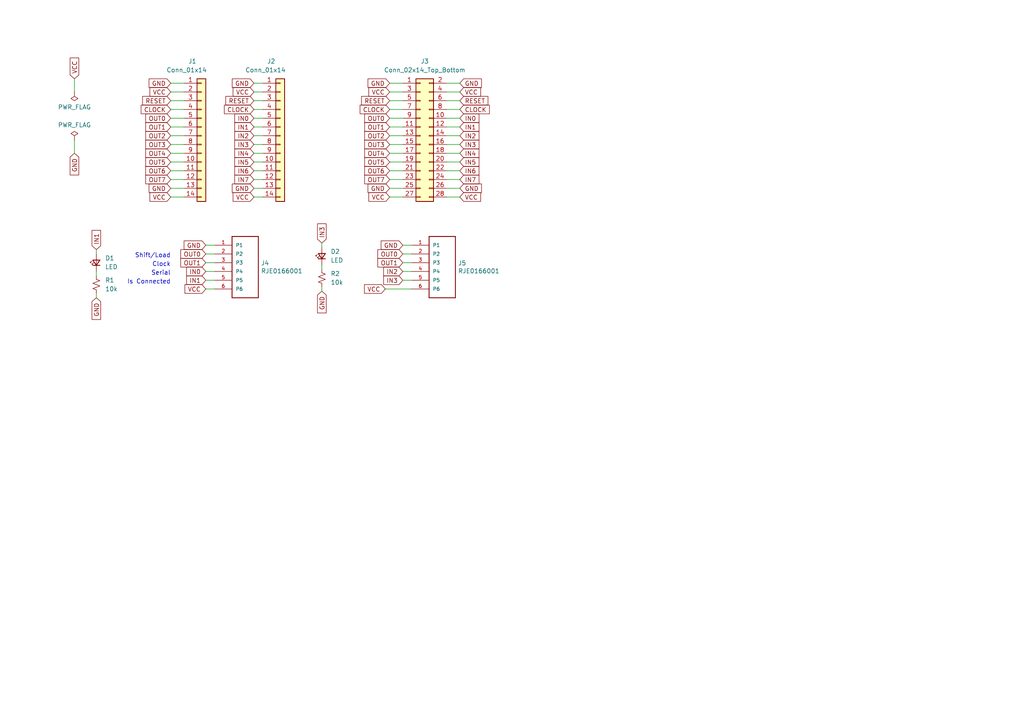
<source format=kicad_sch>
(kicad_sch (version 20230121) (generator eeschema)
  (paper "A4")
  (lib_symbols
    (symbol "Connector_Generic:Conn_01x14" (pin_names (offset 1.016) hide)
      (property "Reference" "J" (at 0 17.78 0))
      (property "Value" "Conn_01x14" (at 0 -20.32 0))
      (symbol "Conn_01x14_1_1"
        (rectangle (start -1.27 -17.653) (end 0 -17.907) (stroke (width 0.1524)))
        (rectangle (start -1.27 -15.113) (end 0 -15.367) (stroke (width 0.1524)))
        (rectangle (start -1.27 -12.573) (end 0 -12.827) (stroke (width 0.1524)))
        (rectangle (start -1.27 -10.033) (end 0 -10.287) (stroke (width 0.1524)))
        (rectangle (start -1.27 -7.493) (end 0 -7.747) (stroke (width 0.1524)))
        (rectangle (start -1.27 -4.953) (end 0 -5.207) (stroke (width 0.1524)))
        (rectangle (start -1.27 -2.413) (end 0 -2.667) (stroke (width 0.1524)))
        (rectangle (start -1.27 0.127) (end 0 -0.127) (stroke (width 0.1524)))
        (rectangle (start -1.27 2.667) (end 0 2.413) (stroke (width 0.1524)))
        (rectangle (start -1.27 5.207) (end 0 4.953) (stroke (width 0.1524)))
        (rectangle (start -1.27 7.747) (end 0 7.493) (stroke (width 0.1524)))
        (rectangle (start -1.27 10.287) (end 0 10.033) (stroke (width 0.1524)))
        (rectangle (start -1.27 12.827) (end 0 12.573) (stroke (width 0.1524)))
        (rectangle (start -1.27 15.367) (end 0 15.113) (stroke (width 0.1524)))
        (rectangle (start -1.27 16.51) (end 1.27 -19.05) (stroke (width 0.254)) (fill (type background)))
        (pin passive line (at -5.08 15.24 0) (length 3.81) (name "Pin_1") (number "1"))
        (pin passive line (at -5.08 -7.62 0) (length 3.81) (name "Pin_10") (number "10"))
        (pin passive line (at -5.08 -10.16 0) (length 3.81) (name "Pin_11") (number "11"))
        (pin passive line (at -5.08 -12.7 0) (length 3.81) (name "Pin_12") (number "12"))
        (pin passive line (at -5.08 -15.24 0) (length 3.81) (name "Pin_13") (number "13"))
        (pin passive line (at -5.08 -17.78 0) (length 3.81) (name "Pin_14") (number "14"))
        (pin passive line (at -5.08 12.7 0) (length 3.81) (name "Pin_2") (number "2"))
        (pin passive line (at -5.08 10.16 0) (length 3.81) (name "Pin_3") (number "3"))
        (pin passive line (at -5.08 7.62 0) (length 3.81) (name "Pin_4") (number "4"))
        (pin passive line (at -5.08 5.08 0) (length 3.81) (name "Pin_5") (number "5"))
        (pin passive line (at -5.08 2.54 0) (length 3.81) (name "Pin_6") (number "6"))
        (pin passive line (at -5.08 0 0) (length 3.81) (name "Pin_7") (number "7"))
        (pin passive line (at -5.08 -2.54 0) (length 3.81) (name "Pin_8") (number "8"))
        (pin passive line (at -5.08 -5.08 0) (length 3.81) (name "Pin_9") (number "9"))
      )
    )
    (symbol "Connector_Generic:Conn_02x14_Odd_Even" (pin_names (offset 1.016) hide)
      (property "Reference" "J" (at 1.27 17.78 0))
      (property "Value" "Conn_02x14_Odd_Even" (at 1.27 -20.32 0))
      (symbol "Conn_02x14_Odd_Even_1_1"
        (rectangle (start -1.27 -17.653) (end 0 -17.907) (stroke (width 0.1524)))
        (rectangle (start -1.27 -15.113) (end 0 -15.367) (stroke (width 0.1524)))
        (rectangle (start -1.27 -12.573) (end 0 -12.827) (stroke (width 0.1524)))
        (rectangle (start -1.27 -10.033) (end 0 -10.287) (stroke (width 0.1524)))
        (rectangle (start -1.27 -7.493) (end 0 -7.747) (stroke (width 0.1524)))
        (rectangle (start -1.27 -4.953) (end 0 -5.207) (stroke (width 0.1524)))
        (rectangle (start -1.27 -2.413) (end 0 -2.667) (stroke (width 0.1524)))
        (rectangle (start -1.27 0.127) (end 0 -0.127) (stroke (width 0.1524)))
        (rectangle (start -1.27 2.667) (end 0 2.413) (stroke (width 0.1524)))
        (rectangle (start -1.27 5.207) (end 0 4.953) (stroke (width 0.1524)))
        (rectangle (start -1.27 7.747) (end 0 7.493) (stroke (width 0.1524)))
        (rectangle (start -1.27 10.287) (end 0 10.033) (stroke (width 0.1524)))
        (rectangle (start -1.27 12.827) (end 0 12.573) (stroke (width 0.1524)))
        (rectangle (start -1.27 15.367) (end 0 15.113) (stroke (width 0.1524)))
        (rectangle (start -1.27 16.51) (end 3.81 -19.05) (stroke (width 0.254)) (fill (type background)))
        (rectangle (start 3.81 -17.653) (end 2.54 -17.907) (stroke (width 0.1524)))
        (rectangle (start 3.81 -15.113) (end 2.54 -15.367) (stroke (width 0.1524)))
        (rectangle (start 3.81 -12.573) (end 2.54 -12.827) (stroke (width 0.1524)))
        (rectangle (start 3.81 -10.033) (end 2.54 -10.287) (stroke (width 0.1524)))
        (rectangle (start 3.81 -7.493) (end 2.54 -7.747) (stroke (width 0.1524)))
        (rectangle (start 3.81 -4.953) (end 2.54 -5.207) (stroke (width 0.1524)))
        (rectangle (start 3.81 -2.413) (end 2.54 -2.667) (stroke (width 0.1524)))
        (rectangle (start 3.81 0.127) (end 2.54 -0.127) (stroke (width 0.1524)))
        (rectangle (start 3.81 2.667) (end 2.54 2.413) (stroke (width 0.1524)))
        (rectangle (start 3.81 5.207) (end 2.54 4.953) (stroke (width 0.1524)))
        (rectangle (start 3.81 7.747) (end 2.54 7.493) (stroke (width 0.1524)))
        (rectangle (start 3.81 10.287) (end 2.54 10.033) (stroke (width 0.1524)))
        (rectangle (start 3.81 12.827) (end 2.54 12.573) (stroke (width 0.1524)))
        (rectangle (start 3.81 15.367) (end 2.54 15.113) (stroke (width 0.1524)))
        (pin passive line (at -5.08 15.24 0) (length 3.81) (name "Pin_1") (number "1"))
        (pin passive line (at 7.62 5.08 180) (length 3.81) (name "Pin_10") (number "10"))
        (pin passive line (at -5.08 2.54 0) (length 3.81) (name "Pin_11") (number "11"))
        (pin passive line (at 7.62 2.54 180) (length 3.81) (name "Pin_12") (number "12"))
        (pin passive line (at -5.08 0 0) (length 3.81) (name "Pin_13") (number "13"))
        (pin passive line (at 7.62 0 180) (length 3.81) (name "Pin_14") (number "14"))
        (pin passive line (at -5.08 -2.54 0) (length 3.81) (name "Pin_15") (number "15"))
        (pin passive line (at 7.62 -2.54 180) (length 3.81) (name "Pin_16") (number "16"))
        (pin passive line (at -5.08 -5.08 0) (length 3.81) (name "Pin_17") (number "17"))
        (pin passive line (at 7.62 -5.08 180) (length 3.81) (name "Pin_18") (number "18"))
        (pin passive line (at -5.08 -7.62 0) (length 3.81) (name "Pin_19") (number "19"))
        (pin passive line (at 7.62 15.24 180) (length 3.81) (name "Pin_2") (number "2"))
        (pin passive line (at 7.62 -7.62 180) (length 3.81) (name "Pin_20") (number "20"))
        (pin passive line (at -5.08 -10.16 0) (length 3.81) (name "Pin_21") (number "21"))
        (pin passive line (at 7.62 -10.16 180) (length 3.81) (name "Pin_22") (number "22"))
        (pin passive line (at -5.08 -12.7 0) (length 3.81) (name "Pin_23") (number "23"))
        (pin passive line (at 7.62 -12.7 180) (length 3.81) (name "Pin_24") (number "24"))
        (pin passive line (at -5.08 -15.24 0) (length 3.81) (name "Pin_25") (number "25"))
        (pin passive line (at 7.62 -15.24 180) (length 3.81) (name "Pin_26") (number "26"))
        (pin passive line (at -5.08 -17.78 0) (length 3.81) (name "Pin_27") (number "27"))
        (pin passive line (at 7.62 -17.78 180) (length 3.81) (name "Pin_28") (number "28"))
        (pin passive line (at -5.08 12.7 0) (length 3.81) (name "Pin_3") (number "3"))
        (pin passive line (at 7.62 12.7 180) (length 3.81) (name "Pin_4") (number "4"))
        (pin passive line (at -5.08 10.16 0) (length 3.81) (name "Pin_5") (number "5"))
        (pin passive line (at 7.62 10.16 180) (length 3.81) (name "Pin_6") (number "6"))
        (pin passive line (at -5.08 7.62 0) (length 3.81) (name "Pin_7") (number "7"))
        (pin passive line (at 7.62 7.62 180) (length 3.81) (name "Pin_8") (number "8"))
        (pin passive line (at -5.08 5.08 0) (length 3.81) (name "Pin_9") (number "9"))
      )
    )
    (symbol "Device:LED_Small" (pin_numbers hide) (pin_names (offset 0.254) hide)
      (property "Reference" "D" (at -1.27 3.175 0))
      (property "Value" "LED_Small" (at -4.445 -2.54 0))
      (symbol "LED_Small_0_1"
        (polyline (pts (xy -0.762 -1.016) (xy -0.762 1.016)) (stroke (width 0.254)))
        (polyline (pts (xy 1.016 0) (xy -0.762 0)))
        (polyline (pts (xy 0.762 -1.016) (xy -0.762 0) (xy 0.762 1.016) (xy 0.762 -1.016)) (stroke (width 0.254)))
        (polyline (pts (xy 0 0.762) (xy -0.508 1.27) (xy -0.254 1.27) (xy -0.508 1.27) (xy -0.508 1.016)))
        (polyline (pts (xy 0.508 1.27) (xy 0 1.778) (xy 0.254 1.778) (xy 0 1.778) (xy 0 1.524)))
      )
      (symbol "LED_Small_1_1"
        (pin passive line (at -2.54 0 0) (length 1.778) (name "K") (number "1"))
        (pin passive line (at 2.54 0 180) (length 1.778) (name "A") (number "2"))
      )
    )
    (symbol "Device:R_Small_US" (pin_numbers hide) (pin_names (offset 0.254) hide)
      (property "Reference" "R" (at 0.762 0.508 0))
      (property "Value" "R_Small_US" (at 0.762 -1.016 0))
      (symbol "R_Small_US_1_1"
        (polyline (pts (xy 0 0) (xy 1.016 -0.381) (xy 0 -0.762) (xy -1.016 -1.143) (xy 0 -1.524)))
        (polyline (pts (xy 0 1.524) (xy 1.016 1.143) (xy 0 0.762) (xy -1.016 0.381) (xy 0 0)))
        (pin passive line (at 0 2.54 270) (length 1.016) (name "~") (number "1"))
        (pin passive line (at 0 -2.54 90) (length 1.016) (name "~") (number "2"))
      )
    )
    (symbol "Spork Console v1-rescue:RJE0166001-RJE0166001" (pin_names (offset 1.016))
      (property "Reference" "J" (at -5.08 10.1854 0))
      (property "Value" "RJE0166001_RJE0166001" (at -5.08 -10.16 0))
      (symbol "RJE0166001-RJE0166001_0_0"
        (polyline (pts (xy -5.08 -7.62) (xy -5.08 10.16)) (stroke (width 0.254)))
        (polyline (pts (xy -5.08 10.16) (xy 2.54 10.16)) (stroke (width 0.254)))
        (polyline (pts (xy 2.54 -7.62) (xy -5.08 -7.62)) (stroke (width 0.254)))
        (polyline (pts (xy 2.54 10.16) (xy 2.54 -7.62)) (stroke (width 0.254)))
        (pin passive line (at -10.16 7.62 0) (length 5.08) (name "P1") (number "1"))
        (pin passive line (at -10.16 5.08 0) (length 5.08) (name "P2") (number "2"))
        (pin passive line (at -10.16 2.54 0) (length 5.08) (name "P3") (number "3"))
        (pin passive line (at -10.16 0 0) (length 5.08) (name "P4") (number "4"))
        (pin passive line (at -10.16 -2.54 0) (length 5.08) (name "P5") (number "5"))
        (pin passive line (at -10.16 -5.08 0) (length 5.08) (name "P6") (number "6"))
      )
    )
    (symbol "power:PWR_FLAG" (power) (pin_numbers hide) (pin_names (offset 0) hide)
      (property "Value" "PWR_FLAG" (at 0 3.81 0))
      (symbol "PWR_FLAG_0_0"
        (pin power_out line (at 0 0 90) (length 0) (name "pwr") (number "1"))
      )
      (symbol "PWR_FLAG_0_1"
        (polyline (pts (xy 0 0) (xy 0 1.27) (xy -1.016 1.905) (xy 0 2.54) (xy 1.016 1.905) (xy 0 1.27)))
      )
    )
  )
  (wire (pts (xy 113.03 31.75) (xy 116.84 31.75)))
  (wire (pts (xy 116.84 52.07) (xy 113.03 52.07)))
  (wire (pts (xy 49.53 54.61) (xy 53.34 54.61)))
  (wire (pts (xy 49.53 57.15) (xy 53.34 57.15)))
  (wire (pts (xy 116.84 39.37) (xy 113.03 39.37)))
  (wire (pts (xy 116.84 78.74) (xy 119.38 78.74)))
  (wire (pts (xy 27.94 85.09) (xy 27.94 86.36)))
  (wire (pts (xy 27.94 78.74) (xy 27.94 80.01)))
  (wire (pts (xy 76.2 29.21) (xy 73.66 29.21)))
  (wire (pts (xy 129.54 31.75) (xy 133.35 31.75)))
  (wire (pts (xy 76.2 46.99) (xy 73.66 46.99)))
  (wire (pts (xy 116.84 73.66) (xy 119.38 73.66)))
  (wire (pts (xy 113.03 26.67) (xy 116.84 26.67)))
  (wire (pts (xy 129.54 26.67) (xy 133.35 26.67)))
  (wire (pts (xy 116.84 81.28) (xy 119.38 81.28)))
  (wire (pts (xy 133.35 39.37) (xy 129.54 39.37)))
  (wire (pts (xy 111.76 83.82) (xy 119.38 83.82)))
  (wire (pts (xy 116.84 49.53) (xy 113.03 49.53)))
  (wire (pts (xy 21.59 44.45) (xy 21.59 40.64)))
  (wire (pts (xy 113.03 24.13) (xy 116.84 24.13)))
  (wire (pts (xy 49.53 31.75) (xy 53.34 31.75)))
  (wire (pts (xy 53.34 39.37) (xy 49.53 39.37)))
  (wire (pts (xy 59.69 78.74) (xy 62.23 78.74)))
  (wire (pts (xy 133.35 52.07) (xy 129.54 52.07)))
  (wire (pts (xy 93.345 76.835) (xy 93.345 78.105)))
  (wire (pts (xy 53.34 34.29) (xy 49.53 34.29)))
  (wire (pts (xy 76.2 57.15) (xy 73.66 57.15)))
  (wire (pts (xy 59.69 83.82) (xy 62.23 83.82)))
  (wire (pts (xy 73.66 36.83) (xy 76.2 36.83)))
  (wire (pts (xy 116.84 46.99) (xy 113.03 46.99)))
  (wire (pts (xy 59.69 76.2) (xy 62.23 76.2)))
  (wire (pts (xy 76.2 41.91) (xy 73.66 41.91)))
  (wire (pts (xy 116.84 44.45) (xy 113.03 44.45)))
  (wire (pts (xy 76.2 31.75) (xy 73.66 31.75)))
  (wire (pts (xy 49.53 26.67) (xy 53.34 26.67)))
  (wire (pts (xy 59.69 73.66) (xy 62.23 73.66)))
  (wire (pts (xy 133.35 49.53) (xy 129.54 49.53)))
  (wire (pts (xy 133.35 36.83) (xy 129.54 36.83)))
  (wire (pts (xy 53.34 41.91) (xy 49.53 41.91)))
  (wire (pts (xy 73.66 44.45) (xy 76.2 44.45)))
  (wire (pts (xy 49.53 24.13) (xy 53.34 24.13)))
  (wire (pts (xy 129.54 54.61) (xy 133.35 54.61)))
  (wire (pts (xy 93.345 70.485) (xy 93.345 71.755)))
  (wire (pts (xy 116.84 34.29) (xy 113.03 34.29)))
  (wire (pts (xy 59.69 71.12) (xy 62.23 71.12)))
  (wire (pts (xy 113.03 29.21) (xy 116.84 29.21)))
  (wire (pts (xy 59.69 81.28) (xy 62.23 81.28)))
  (wire (pts (xy 116.84 41.91) (xy 113.03 41.91)))
  (wire (pts (xy 49.53 29.21) (xy 53.34 29.21)))
  (wire (pts (xy 133.35 44.45) (xy 129.54 44.45)))
  (wire (pts (xy 53.34 36.83) (xy 49.53 36.83)))
  (wire (pts (xy 73.66 49.53) (xy 76.2 49.53)))
  (wire (pts (xy 129.54 24.13) (xy 133.35 24.13)))
  (wire (pts (xy 113.03 57.15) (xy 116.84 57.15)))
  (wire (pts (xy 93.345 83.185) (xy 93.345 84.455)))
  (wire (pts (xy 73.66 34.29) (xy 76.2 34.29)))
  (wire (pts (xy 21.59 22.86) (xy 21.59 26.67)))
  (wire (pts (xy 76.2 24.13) (xy 73.66 24.13)))
  (wire (pts (xy 53.34 52.07) (xy 49.53 52.07)))
  (wire (pts (xy 116.84 76.2) (xy 119.38 76.2)))
  (wire (pts (xy 129.54 29.21) (xy 133.35 29.21)))
  (wire (pts (xy 76.2 52.07) (xy 73.66 52.07)))
  (wire (pts (xy 129.54 57.15) (xy 133.35 57.15)))
  (wire (pts (xy 53.34 46.99) (xy 49.53 46.99)))
  (wire (pts (xy 76.2 26.67) (xy 73.66 26.67)))
  (wire (pts (xy 116.84 71.12) (xy 119.38 71.12)))
  (wire (pts (xy 133.35 46.99) (xy 129.54 46.99)))
  (wire (pts (xy 53.34 44.45) (xy 49.53 44.45)))
  (wire (pts (xy 73.66 39.37) (xy 76.2 39.37)))
  (wire (pts (xy 53.34 49.53) (xy 49.53 49.53)))
  (wire (pts (xy 133.35 41.91) (xy 129.54 41.91)))
  (wire (pts (xy 133.35 34.29) (xy 129.54 34.29)))
  (wire (pts (xy 113.03 54.61) (xy 116.84 54.61)))
  (wire (pts (xy 116.84 36.83) (xy 113.03 36.83)))
  (wire (pts (xy 76.2 54.61) (xy 73.66 54.61)))
  (wire (pts (xy 27.94 72.39) (xy 27.94 73.66)))
  (text "Shift/Load" (at 49.53 74.93 0) (effects (font (size 1.27 1.27)) (justify right bottom)))
  (text "Is Connected" (at 49.53 82.55 0) (effects (font (size 1.27 1.27)) (justify right bottom)))
  (text "Serial" (at 49.53 80.01 0) (effects (font (size 1.27 1.27)) (justify right bottom)))
  (text "Clock" (at 49.53 77.47 0) (effects (font (size 1.27 1.27)) (justify right bottom)))
  (global_label "IN7" (shape input) (at 73.66 52.07 180) (property "Intersheetrefs" "${INTERSHEET_REFS}" (effects hide)))
  (global_label "CLOCK" (shape input) (at 73.66 31.75 180) (property "Intersheetrefs" "${INTERSHEET_REFS}" (effects hide)))
  (global_label "IN3" (shape input) (at 93.345 70.485 90) (property "Intersheetrefs" "${INTERSHEET_REFS}" (effects hide)))
  (global_label "GND" (shape input) (at 49.53 24.13 180) (property "Intersheetrefs" "${INTERSHEET_REFS}" (effects hide)))
  (global_label "OUT5" (shape input) (at 49.53 46.99 180) (property "Intersheetrefs" "${INTERSHEET_REFS}" (effects hide)))
  (global_label "OUT7" (shape input) (at 49.53 52.07 180) (property "Intersheetrefs" "${INTERSHEET_REFS}" (effects hide)))
  (global_label "GND" (shape input) (at 133.35 24.13 0) (property "Intersheetrefs" "${INTERSHEET_REFS}" (effects hide)))
  (global_label "RESET" (shape input) (at 113.03 29.21 180) (property "Intersheetrefs" "${INTERSHEET_REFS}" (effects hide)))
  (global_label "RESET" (shape input) (at 73.66 29.21 180) (property "Intersheetrefs" "${INTERSHEET_REFS}" (effects hide)))
  (global_label "IN5" (shape input) (at 133.35 46.99 0) (property "Intersheetrefs" "${INTERSHEET_REFS}" (effects hide)))
  (global_label "IN4" (shape input) (at 133.35 44.45 0) (property "Intersheetrefs" "${INTERSHEET_REFS}" (effects hide)))
  (global_label "GND" (shape input) (at 21.59 44.45 270) (property "Intersheetrefs" "${INTERSHEET_REFS}" (effects hide)))
  (global_label "OUT4" (shape input) (at 113.03 44.45 180) (property "Intersheetrefs" "${INTERSHEET_REFS}" (effects hide)))
  (global_label "IN1" (shape input) (at 133.35 36.83 0) (property "Intersheetrefs" "${INTERSHEET_REFS}" (effects hide)))
  (global_label "IN3" (shape input) (at 133.35 41.91 0) (property "Intersheetrefs" "${INTERSHEET_REFS}" (effects hide)))
  (global_label "OUT5" (shape input) (at 113.03 46.99 180) (property "Intersheetrefs" "${INTERSHEET_REFS}" (effects hide)))
  (global_label "VCC" (shape input) (at 133.35 57.15 0) (property "Intersheetrefs" "${INTERSHEET_REFS}" (effects hide)))
  (global_label "CLOCK" (shape input) (at 113.03 31.75 180) (property "Intersheetrefs" "${INTERSHEET_REFS}" (effects hide)))
  (global_label "OUT0" (shape input) (at 113.03 34.29 180) (property "Intersheetrefs" "${INTERSHEET_REFS}" (effects hide)))
  (global_label "IN1" (shape input) (at 73.66 36.83 180) (property "Intersheetrefs" "${INTERSHEET_REFS}" (effects hide)))
  (global_label "IN2" (shape input) (at 116.84 78.74 180) (property "Intersheetrefs" "${INTERSHEET_REFS}" (effects hide)))
  (global_label "OUT1" (shape input) (at 49.53 36.83 180) (property "Intersheetrefs" "${INTERSHEET_REFS}" (effects hide)))
  (global_label "GND" (shape input) (at 113.03 24.13 180) (property "Intersheetrefs" "${INTERSHEET_REFS}" (effects hide)))
  (global_label "OUT6" (shape input) (at 113.03 49.53 180) (property "Intersheetrefs" "${INTERSHEET_REFS}" (effects hide)))
  (global_label "RESET" (shape input) (at 49.53 29.21 180) (property "Intersheetrefs" "${INTERSHEET_REFS}" (effects hide)))
  (global_label "VCC" (shape input) (at 59.69 83.82 180) (property "Intersheetrefs" "${INTERSHEET_REFS}" (effects hide)))
  (global_label "OUT4" (shape input) (at 49.53 44.45 180) (property "Intersheetrefs" "${INTERSHEET_REFS}" (effects hide)))
  (global_label "IN1" (shape input) (at 59.69 81.28 180) (property "Intersheetrefs" "${INTERSHEET_REFS}" (effects hide)))
  (global_label "OUT1" (shape input) (at 116.84 76.2 180) (property "Intersheetrefs" "${INTERSHEET_REFS}" (effects hide)))
  (global_label "IN1" (shape input) (at 27.94 72.39 90) (property "Intersheetrefs" "${INTERSHEET_REFS}" (effects hide)))
  (global_label "OUT0" (shape input) (at 116.84 73.66 180) (property "Intersheetrefs" "${INTERSHEET_REFS}" (effects hide)))
  (global_label "GND" (shape input) (at 27.94 86.36 270) (property "Intersheetrefs" "${INTERSHEET_REFS}" (effects hide)))
  (global_label "GND" (shape input) (at 73.66 24.13 180) (property "Intersheetrefs" "${INTERSHEET_REFS}" (effects hide)))
  (global_label "VCC" (shape input) (at 73.66 26.67 180) (property "Intersheetrefs" "${INTERSHEET_REFS}" (effects hide)))
  (global_label "GND" (shape input) (at 93.345 84.455 270) (property "Intersheetrefs" "${INTERSHEET_REFS}" (effects hide)))
  (global_label "OUT6" (shape input) (at 49.53 49.53 180) (property "Intersheetrefs" "${INTERSHEET_REFS}" (effects hide)))
  (global_label "GND" (shape input) (at 73.66 54.61 180) (property "Intersheetrefs" "${INTERSHEET_REFS}" (effects hide)))
  (global_label "OUT0" (shape input) (at 49.53 34.29 180) (property "Intersheetrefs" "${INTERSHEET_REFS}" (effects hide)))
  (global_label "IN0" (shape input) (at 133.35 34.29 0) (property "Intersheetrefs" "${INTERSHEET_REFS}" (effects hide)))
  (global_label "VCC" (shape input) (at 133.35 26.67 0) (property "Intersheetrefs" "${INTERSHEET_REFS}" (effects hide)))
  (global_label "IN2" (shape input) (at 133.35 39.37 0) (property "Intersheetrefs" "${INTERSHEET_REFS}" (effects hide)))
  (global_label "OUT1" (shape input) (at 59.69 76.2 180) (property "Intersheetrefs" "${INTERSHEET_REFS}" (effects hide)))
  (global_label "GND" (shape input) (at 113.03 54.61 180) (property "Intersheetrefs" "${INTERSHEET_REFS}" (effects hide)))
  (global_label "VCC" (shape input) (at 111.76 83.82 180) (property "Intersheetrefs" "${INTERSHEET_REFS}" (effects hide)))
  (global_label "GND" (shape input) (at 49.53 54.61 180) (property "Intersheetrefs" "${INTERSHEET_REFS}" (effects hide)))
  (global_label "OUT7" (shape input) (at 113.03 52.07 180) (property "Intersheetrefs" "${INTERSHEET_REFS}" (effects hide)))
  (global_label "VCC" (shape input) (at 49.53 57.15 180) (property "Intersheetrefs" "${INTERSHEET_REFS}" (effects hide)))
  (global_label "IN4" (shape input) (at 73.66 44.45 180) (property "Intersheetrefs" "${INTERSHEET_REFS}" (effects hide)))
  (global_label "IN0" (shape input) (at 73.66 34.29 180) (property "Intersheetrefs" "${INTERSHEET_REFS}" (effects hide)))
  (global_label "OUT2" (shape input) (at 113.03 39.37 180) (property "Intersheetrefs" "${INTERSHEET_REFS}" (effects hide)))
  (global_label "IN7" (shape input) (at 133.35 52.07 0) (property "Intersheetrefs" "${INTERSHEET_REFS}" (effects hide)))
  (global_label "VCC" (shape input) (at 113.03 57.15 180) (property "Intersheetrefs" "${INTERSHEET_REFS}" (effects hide)))
  (global_label "GND" (shape input) (at 133.35 54.61 0) (property "Intersheetrefs" "${INTERSHEET_REFS}" (effects hide)))
  (global_label "VCC" (shape input) (at 21.59 22.86 90) (property "Intersheetrefs" "${INTERSHEET_REFS}" (effects hide)))
  (global_label "CLOCK" (shape input) (at 49.53 31.75 180) (property "Intersheetrefs" "${INTERSHEET_REFS}" (effects hide)))
  (global_label "IN0" (shape input) (at 59.69 78.74 180) (property "Intersheetrefs" "${INTERSHEET_REFS}" (effects hide)))
  (global_label "RESET" (shape input) (at 133.35 29.21 0) (property "Intersheetrefs" "${INTERSHEET_REFS}" (effects hide)))
  (global_label "VCC" (shape input) (at 49.53 26.67 180) (property "Intersheetrefs" "${INTERSHEET_REFS}" (effects hide)))
  (global_label "OUT1" (shape input) (at 113.03 36.83 180) (property "Intersheetrefs" "${INTERSHEET_REFS}" (effects hide)))
  (global_label "VCC" (shape input) (at 113.03 26.67 180) (property "Intersheetrefs" "${INTERSHEET_REFS}" (effects hide)))
  (global_label "OUT2" (shape input) (at 49.53 39.37 180) (property "Intersheetrefs" "${INTERSHEET_REFS}" (effects hide)))
  (global_label "IN6" (shape input) (at 133.35 49.53 0) (property "Intersheetrefs" "${INTERSHEET_REFS}" (effects hide)))
  (global_label "CLOCK" (shape input) (at 133.35 31.75 0) (property "Intersheetrefs" "${INTERSHEET_REFS}" (effects hide)))
  (global_label "GND" (shape input) (at 116.84 71.12 180) (property "Intersheetrefs" "${INTERSHEET_REFS}" (effects hide)))
  (global_label "OUT3" (shape input) (at 113.03 41.91 180) (property "Intersheetrefs" "${INTERSHEET_REFS}" (effects hide)))
  (global_label "OUT3" (shape input) (at 49.53 41.91 180) (property "Intersheetrefs" "${INTERSHEET_REFS}" (effects hide)))
  (global_label "VCC" (shape input) (at 73.66 57.15 180) (property "Intersheetrefs" "${INTERSHEET_REFS}" (effects hide)))
  (global_label "OUT0" (shape input) (at 59.69 73.66 180) (property "Intersheetrefs" "${INTERSHEET_REFS}" (effects hide)))
  (global_label "IN6" (shape input) (at 73.66 49.53 180) (property "Intersheetrefs" "${INTERSHEET_REFS}" (effects hide)))
  (global_label "IN3" (shape input) (at 116.84 81.28 180) (property "Intersheetrefs" "${INTERSHEET_REFS}" (effects hide)))
  (global_label "IN5" (shape input) (at 73.66 46.99 180) (property "Intersheetrefs" "${INTERSHEET_REFS}" (effects hide)))
  (global_label "GND" (shape input) (at 59.69 71.12 180) (property "Intersheetrefs" "${INTERSHEET_REFS}" (effects hide)))
  (global_label "IN3" (shape input) (at 73.66 41.91 180) (property "Intersheetrefs" "${INTERSHEET_REFS}" (effects hide)))
  (global_label "IN2" (shape input) (at 73.66 39.37 180) (property "Intersheetrefs" "${INTERSHEET_REFS}" (effects hide)))
  (symbol (lib_id "Device:LED_Small") (at 93.345 74.295 90) (unit 1)
    (property "Reference" "D2" (at 95.885 72.9615 90) (effects (justify right)))
    (property "Value" "LED" (at 95.885 75.5015 90) (effects (justify right)))
    (property "Footprint" "LED_SMD:LED_0402_1005Metric" (effects hide))
    (property "LCSC Part Number" "C965793" (effects hide))
  )
  (symbol (lib_id "power:PWR_FLAG") (at 21.59 26.67 180) (unit 1)
    (property "Reference" "#FLG01" (effects hide))
    (property "Value" "PWR_FLAG" (at 21.59 31.0642 0))
  )
  (symbol (lib_id "Device:LED_Small") (at 27.94 76.2 90) (unit 1)
    (property "Reference" "D1" (at 30.48 74.8665 90) (effects (justify right)))
    (property "Value" "LED" (at 30.48 77.4065 90) (effects (justify right)))
    (property "Footprint" "LED_SMD:LED_0402_1005Metric" (effects hide))
    (property "LCSC Part Number" "C965793" (effects hide))
  )
  (symbol (lib_id "Device:R_Small_US") (at 93.345 80.645 0) (unit 1)
    (property "Reference" "R2" (at 95.885 79.375 0) (effects (justify left)))
    (property "Value" "10k" (at 95.885 81.915 0) (effects (justify left)))
    (property "Footprint" "Resistor_SMD:R_0402_1005Metric" (effects hide))
    (property "LCSC Part Number" "C25744" (effects hide))
  )
  (symbol (lib_id "power:PWR_FLAG") (at 21.59 40.64 0) (unit 1)
    (property "Reference" "#FLG02" (effects hide))
    (property "Value" "PWR_FLAG" (at 21.59 36.2458 0))
  )
  (symbol (lib_id "Connector_Generic:Conn_01x14") (at 81.28 39.37 0) (unit 1)
    (property "Reference" "J2" (at 77.47 17.78 0) (effects (justify left)))
    (property "Value" "Conn_01x14" (at 71.12 20.32 0) (effects (justify left)))
    (property "Footprint" "Connector_PinHeader_2.54mm:PinHeader_1x14_P2.54mm_Vertical" (effects hide))
  )
  (symbol (lib_id "Spork Console v1-rescue:RJE0166001-RJE0166001") (at 72.39 78.74 0) (unit 1)
    (property "Reference" "J4" (at 75.692 76.3016 0) (effects (justify left)))
    (property "Value" "RJE0166001" (at 75.692 78.613 0) (effects (justify left)))
    (property "Footprint" "updated_libs:Connfly_RJ12_DS1133-S60BPX" (effects hide))
    (property "Datasheet" "None" (effects hide))
    (property "LCSC Part Number" "C77859" (effects hide))
  )
  (symbol (lib_id "Device:R_Small_US") (at 27.94 82.55 0) (unit 1)
    (property "Reference" "R1" (at 30.48 81.28 0) (effects (justify left)))
    (property "Value" "10k" (at 30.48 83.82 0) (effects (justify left)))
    (property "Footprint" "Resistor_SMD:R_0402_1005Metric" (effects hide))
    (property "LCSC Part Number" "C25744" (effects hide))
  )
  (symbol (lib_id "Connector_Generic:Conn_01x14") (at 58.42 39.37 0) (unit 1)
    (property "Reference" "J1" (at 54.61 17.78 0) (effects (justify left)))
    (property "Value" "Conn_01x14" (at 48.26 20.32 0) (effects (justify left)))
    (property "Footprint" "Connector_PinHeader_2.54mm:PinHeader_1x14_P2.54mm_Vertical" (effects hide))
  )
  (symbol (lib_id "Spork Console v1-rescue:RJE0166001-RJE0166001") (at 129.54 78.74 0) (unit 1)
    (property "Reference" "J5" (at 132.842 76.3016 0) (effects (justify left)))
    (property "Value" "RJE0166001" (at 132.842 78.613 0) (effects (justify left)))
    (property "Footprint" "updated_libs:Connfly_RJ12_DS1133-S60BPX" (effects hide))
    (property "Datasheet" "None" (effects hide))
    (property "LCSC Part Number" "C77859" (effects hide))
  )
  (symbol (lib_id "Connector_Generic:Conn_02x14_Odd_Even") (at 121.92 39.37 0) (unit 1)
    (property "Reference" "J3" (at 123.19 17.78 0))
    (property "Value" "Conn_02x14_Top_Bottom" (at 123.19 20.32 0))
    (property "Footprint" "Connector_PinSocket_2.54mm:PinSocket_2x14_P2.54mm_Vertical" (effects hide))
  )
)
</source>
